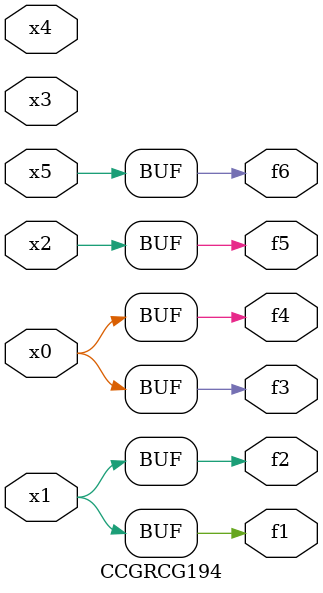
<source format=v>
module CCGRCG194(
	input x0, x1, x2, x3, x4, x5,
	output f1, f2, f3, f4, f5, f6
);
	assign f1 = x1;
	assign f2 = x1;
	assign f3 = x0;
	assign f4 = x0;
	assign f5 = x2;
	assign f6 = x5;
endmodule

</source>
